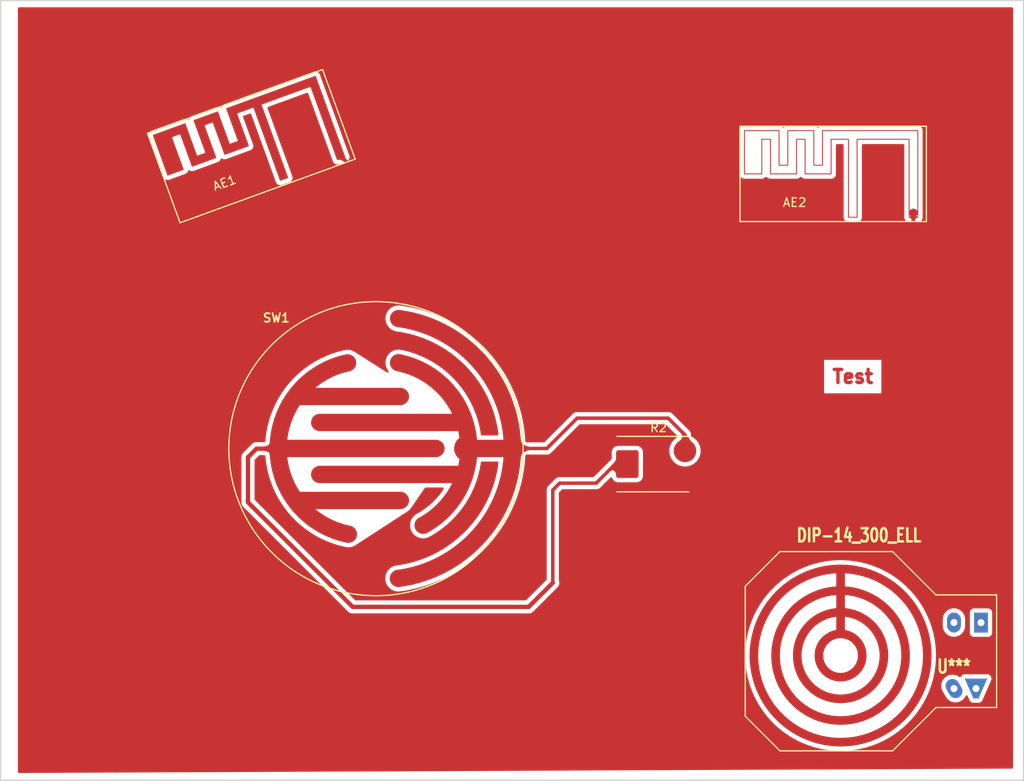
<source format=kicad_pcb>
(kicad_pcb (version 20241229) (generator "pcbnew") (generator_version "9.0")
  (layers (0 "F.Cu" signal) (2 "B.Cu" signal) (13 "F.Paste" user) (15 "B.Paste" user) (5 "F.SilkS" user "F.Silkscreen") (7 "B.SilkS" user "B.Silkscreen") (1 "F.Mask" user) (3 "B.Mask" user) (25 "Edge.Cuts" user))
  (net 0 "")
  (net 1 "/PAD2")
  (net 2 "/PAD1")
  (net 3 "GND")
  (footprint "custom_pads_test:DO-214AB" (layer "F.Cu") (at 136.9 101.5)
    (property "Reference" "R2" (at 0 -4.2 0) (layer "F.SilkS"))
    (property "Value" "R")
    (fp_line (start -4.8 -3.2) (end 3.5 -3.2) (stroke (width 0.15)) (layer "F.SilkS"))
    (fp_line (start 3.5 3.2) (end -4.8 3.2) (stroke (width 0.15)) (layer "F.SilkS"))
    (pad "1" smd roundrect (at -3.6 0) (size 2.6 3.2) (layers "F.Cu" "F.Mask" "F.Paste") (roundrect_rratio 0.1) (net 2 "/PAD1"))
    (pad "2" smd circle (at 3.048 -1.524) (size 2.6 2.6) (layers "F.Cu" "F.Mask" "F.Paste") (net 1 "/PAD2"))
  )
  (footprint "custom_pads_test:1pin" (layer "F.Cu") (at 166.3 72.5)
    (property "Reference" "AE2" (at -13.7 -1.2 0) (layer "F.SilkS"))
    (property "Value" "Antenna")
    (fp_line (start -20 -10) (end 1.5 -10) (stroke (width 0.15)) (layer "F.SilkS"))
    (fp_line (start -20 1) (end -20 -10) (stroke (width 0.15)) (layer "F.SilkS"))
    (fp_line (start 1.5 -10) (end 1.5 1) (stroke (width 0.15)) (layer "F.SilkS"))
    (fp_line (start 1.5 1) (end -20 1) (stroke (width 0.15)) (layer "F.SilkS"))
    (pad "1" smd custom (at 0 0) (size 1 1) (layers "F.Cu" "F.Mask" "F.Paste") (net 3 "GND") (options (clearance outline) (anchor circle)) (primitives (gr_line (start -0.4928 -8.5) (end -0.4928 0.5) (width 0.1)) (gr_line (start -6.4928 -8.5) (end -0.4928 -8.5) (width 0.1)) (gr_line (start -6.4928 0.5) (end -6.4928 -8.5) (width 0.1)) (gr_line (start -7.4928 0.5) (end -6.4928 0.5) (width 0.1)) (gr_line (start -7.4928 -8.5) (end -7.4928 0.5) (width 0.1)) (gr_line (start -9.4928 -8.5) (end -7.4928 -8.5) (width 0.1)) (gr_line (start -9.4928 -4.5) (end -9.4928 -8.5) (width 0.1)) (gr_line (start -12.4928 -4.5) (end -9.4928 -4.5) (width 0.1)) (gr_line (start -12.4928 -8.5) (end -12.4928 -4.5) (width 0.1)) (gr_line (start -13.4928 -8.5) (end -12.4928 -8.5) (width 0.1)) (gr_line (start -13.4928 -4.5) (end -13.4928 -8.5) (width 0.1)) (gr_line (start -16.4928 -4.5) (end -13.4928 -4.5) (width 0.1)) (gr_line (start -16.4928 -8.5) (end -16.4928 -4.5) (width 0.1)) (gr_line (start -17.4928 -8.5) (end -16.4928 -8.5) (width 0.1)) (gr_line (start -17.4928 -4.5) (end -17.4928 -8.5) (width 0.1)) (gr_line (start -19.4928 -4.5) (end -17.4928 -4.5) (width 0.1)) (gr_line (start -19.4928 -9.5) (end -19.4928 -4.5) (width 0.1)) (gr_line (start -15.4928 -9.5) (end -19.4928 -9.5) (width 0.1)) (gr_line (start -15.4928 -5.5) (end -15.4928 -9.5) (width 0.1)) (gr_line (start -14.4928 -5.5) (end -15.4928 -5.5) (width 0.1)) (gr_line (start -14.4928 -9.5) (end -14.4928 -5.5) (width 0.1)) (gr_line (start -11.4928 -9.5) (end -14.4928 -9.5) (width 0.1)) (gr_line (start -11.4928 -5.5) (end -11.4928 -9.5) (width 0.1)) (gr_line (start -10.4928 -5.5) (end -11.4928 -5.5) (width 0.1)) (gr_line (start -10.4928 -9.5) (end -10.4928 -5.5) (width 0.1)) (gr_line (start 0.5072 -9.5) (end -10.4928 -9.5) (width 0.1)) (gr_line (start 0.5072 0.5) (end 0.5072 -9.5) (width 0.1)) (gr_line (start -0.4928 0.5) (end 0.5072 0.5) (width 0.1))))
  )
  (footprint "custom_pads_test:1pin" (layer "F.Cu") (at 100.15 65.86 20)
    (property "Reference" "AE1" (at -13.619 -1.567 20) (layer "F.SilkS"))
    (property "Value" "Antenna")
    (fp_line (start -20 -10) (end 1.499999 -10) (stroke (width 0.15)) (layer "F.SilkS"))
    (fp_line (start -20 1) (end -20 -10) (stroke (width 0.15)) (layer "F.SilkS"))
    (fp_line (start 1.499999 -10) (end 1.5 1) (stroke (width 0.15)) (layer "F.SilkS"))
    (fp_line (start 1.5 1) (end -20 1) (stroke (width 0.15)) (layer "F.SilkS"))
    (pad "1" connect custom (at 0 0 20) (size 1 1) (layers "F.Cu" "F.Mask") (net 3 "GND") (options (clearance outline) (anchor circle)) (primitives (gr_poly (pts (xy -15.5 -5.6) (xy -14.5 -5.6) (xy -14.5 -9.6) (xy -11.5 -9.6) (xy -11.5 -5.6) (xy -10.5 -5.6) (xy -10.5 -9.6) (xy 0.5 -9.6) (xy 0.5 0.4) (xy -0.5 0.4) (xy -0.5 -8.6) (xy -6.5 -8.6) (xy -6.5 0.4) (xy -7.5 0.4) (xy -7.5 -8.6) (xy -9.5 -8.6) (xy -9.5 -4.6) (xy -12.5 -4.6) (xy -12.5 -8.6) (xy -13.5 -8.6) (xy -13.5 -4.6) (xy -16.5 -4.6) (xy -16.5 -8.6) (xy -17.5 -8.6) (xy -17.5 -4.6) (xy -19.5 -4.6) (xy -19.5 -9.6) (xy -15.5 -9.6)) (width 0) (fill yes))))
  )
  (footprint "custom_pads_test:DIP-14__300_ELL" (layer "F.Cu") (at 165.9 123.6 180)
    (property "Reference" "U***" (at -5.08 -1.27 180) (layer "F.SilkS") (effects (font (size 1.524 1.143) (thickness 0.3048))))
    (property "Value" "DIP-14_300_ELL" (at 5.88 13.872 180) (layer "F.SilkS") (effects (font (size 1.524 1.143) (thickness 0.3048))))
    (fp_line (start 19 8) (end 15 12) (stroke (width 0.15)) (layer "F.SilkS"))
    (fp_line (start 19 -7) (end 19 8) (stroke (width 0.15)) (layer "F.SilkS"))
    (fp_line (start 15 12) (end 2 12) (stroke (width 0.15)) (layer "F.SilkS"))
    (fp_line (start 15 -11) (end 19 -7) (stroke (width 0.15)) (layer "F.SilkS"))
    (fp_line (start 2 12) (end -3 7) (stroke (width 0.15)) (layer "F.SilkS"))
    (fp_line (start 2 -11) (end 15 -11) (stroke (width 0.15)) (layer "F.SilkS"))
    (fp_line (start -3 7) (end -10 7) (stroke (width 0.15)) (layer "F.SilkS"))
    (fp_line (start -3 -6) (end 2 -11) (stroke (width 0.15)) (layer "F.SilkS"))
    (fp_line (start -9 -6) (end -3 -6) (stroke (width 0.15)) (layer "F.SilkS"))
    (fp_line (start -10 7) (end -10 -6) (stroke (width 0.15)) (layer "F.SilkS"))
    (fp_line (start -10 -6) (end -9 -6) (stroke (width 0.15)) (layer "F.SilkS"))
    (pad "1" thru_hole rect (at -8.2 3.8 180) (size 1.5748 2.286) (drill 0.8128) (layers "*.Cu" "*.Mask"))
    (pad "2" thru_hole oval (at -5.08 3.81 180) (size 1.5748 2.286) (drill 0.8128) (layers "*.Cu" "*.Mask"))
    (pad "3" thru_hole trapezoid (at -7.62 -3.81 180) (size 1.5748 2.286) (rect_delta 0 1) (drill 0.8128) (layers "*.Cu" "*.Mask"))
    (pad "4" thru_hole oval (at -5.08 -3.81 210) (size 1.5748 2.286) (drill 0.8128) (layers "*.Cu" "*.Mask"))
    (pad "5" connect custom (at 8 10 180) (size 1 1) (layers "F.Cu" "F.Mask") (options (clearance convexhull) (anchor circle)) (primitives (gr_circle (center 0 -10) (end 2.5 -10) (width 1) (fill no)) (gr_circle (center 0 -10) (end 5 -10) (width 1) (fill no)) (gr_circle (center 0 -10) (end 7.5 -10) (width 1) (fill no)) (gr_circle (center 0 -10) (end 10 -10) (width 1) (fill no)) (gr_line (start 0 0) (end 0 -7.5) (width 1))))
  )
  (footprint "custom_pads_test:C2" (layer "F.Cu") (at 104.299 99.72)
    (property "Reference" "SW1" (at -11.5 -15.1 0) (layer "F.SilkS") (effects (font (thickness 0.2))))
    (property "Value" "R" (hide yes))
    (fp_circle (center 0 0) (end 12.065 -11.938) (stroke (width 0.15)) (fill no) (layer "F.SilkS"))
    (pad "1" connect custom (at -11.081 -0.025 90) (size 1.397 1.397) (layers "F.Cu" "F.Mask") (net 2 "/PAD1") (options (clearance convexhull) (anchor rect)) (primitives (gr_line (start 6 1.9) (end 6 13.9) (width 2)) (gr_line (start -6 1.9) (end -6 13.9) (width 2)) (gr_line (start 0 -0.1) (end 0 18) (width 2)) (gr_arc (start -9.9 7.9) (mid -0.049149 -0.19988) (end 9.880067 7.803745) (width 2))))
    (pad "2" connect custom (at 10.509 -0.025 270) (size 3 3) (layers "F.Cu" "F.Mask") (net 1 "/PAD2") (options (clearance outline) (anchor circle)) (primitives (gr_line (start 3 0.5) (end 3 17) (width 2)) (gr_line (start -3 0.5) (end -3 17) (width 2)) (gr_arc (start -9.9 7.9) (mid -1.506614 -0.086997) (end 8.869415 5.068492) (width 2)) (gr_arc (start -15 7.9) (mid 0.011791 -5.232741) (end 15.003099 7.923378) (width 2)) (gr_line (start 0 0) (end 0 -5) (width 2))))
  )
  (gr_line (start 179 48) (end 179 138) (stroke (width 0.15)) (layer "Edge.Cuts"))
  (gr_line (start 179 138) (end 61 138) (stroke (width 0.15)) (layer "Edge.Cuts"))
  (gr_line (start 61 48) (end 179 48) (stroke (width 0.15)) (layer "Edge.Cuts"))
  (gr_line (start 61 138) (end 61 48) (stroke (width 0.15)) (layer "Edge.Cuts"))
  (gr_text "Test" (at 159.3 91.4 0) (layer "F.Cu") (effects (font (size 1.524 1.524) (thickness 0.381))))
  (segment (start 139.948 98.137523) (end 138.010477 96.2) (width 0.4) (layer "F.Cu") (net 1))
  (segment (start 114.808 99.695) (end 124.005 99.695) (width 0.4) (layer "F.Cu") (net 1))
  (segment (start 138.010477 96.2) (end 127.5 96.2) (width 0.4) (layer "F.Cu") (net 1))
  (segment (start 139.948 99.976) (end 139.948 98.137523) (width 0.4) (layer "F.Cu") (net 1))
  (segment (start 124.005 99.695) (end 127.5 96.2) (width 0.4) (layer "F.Cu") (net 1))
  (segment (start 101.6 117.983) (end 89.535 105.918) (width 0.5) (layer "F.Cu") (net 2))
  (segment (start 129.7 103.7) (end 125.5 103.7) (width 0.4) (layer "F.Cu") (net 2))
  (segment (start 125.5 103.7) (end 124.7 104.5) (width 0.4) (layer "F.Cu") (net 2))
  (segment (start 90.526 99.72) (end 93.799 99.72) (width 0.5) (layer "F.Cu") (net 2))
  (segment (start 121.917 117.983) (end 101.6 117.983) (width 0.5) (layer "F.Cu") (net 2))
  (segment (start 89.535 105.918) (end 89.535 100.711) (width 0.5) (layer "F.Cu") (net 2))
  (segment (start 131.9 101.5) (end 129.7 103.7) (width 0.4) (layer "F.Cu") (net 2))
  (segment (start 89.535 100.711) (end 90.526 99.72) (width 0.5) (layer "F.Cu") (net 2))
  (segment (start 133.3 101.5) (end 131.9 101.5) (width 0.4) (layer "F.Cu") (net 2))
  (segment (start 124.7 104.5) (end 124.7 115.2) (width 0.4) (layer "F.Cu") (net 2))
  (segment (start 124.7 115.2) (end 121.917 117.983) (width 0.5) (layer "F.Cu") (net 2))
  (segment (start 166.3 72.5) (end 166.3 75.5) (width 0.4) (layer "F.Cu") (net 3))
  (segment (start 100.15 65.86) (end 102.5 68.21) (width 0.4) (layer "F.Cu") (net 3))
  (segment (start 102.5 68.21) (end 102.5 69.2) (width 0.4) (layer "F.Cu") (net 3))
  (zone (net 3) (net_name "GND") (layer "F.Cu") (connect_pads (clearance 0.5)) (min_thickness 0.254) (fill yes (thermal_gap 0.508) (thermal_bridge_width 0.508))
    (polygon (pts (xy 62.992 48.768) (xy 177.8 48.768) (xy 177.8 136.652) (xy 62.992 137.16)))
  )
)
</source>
